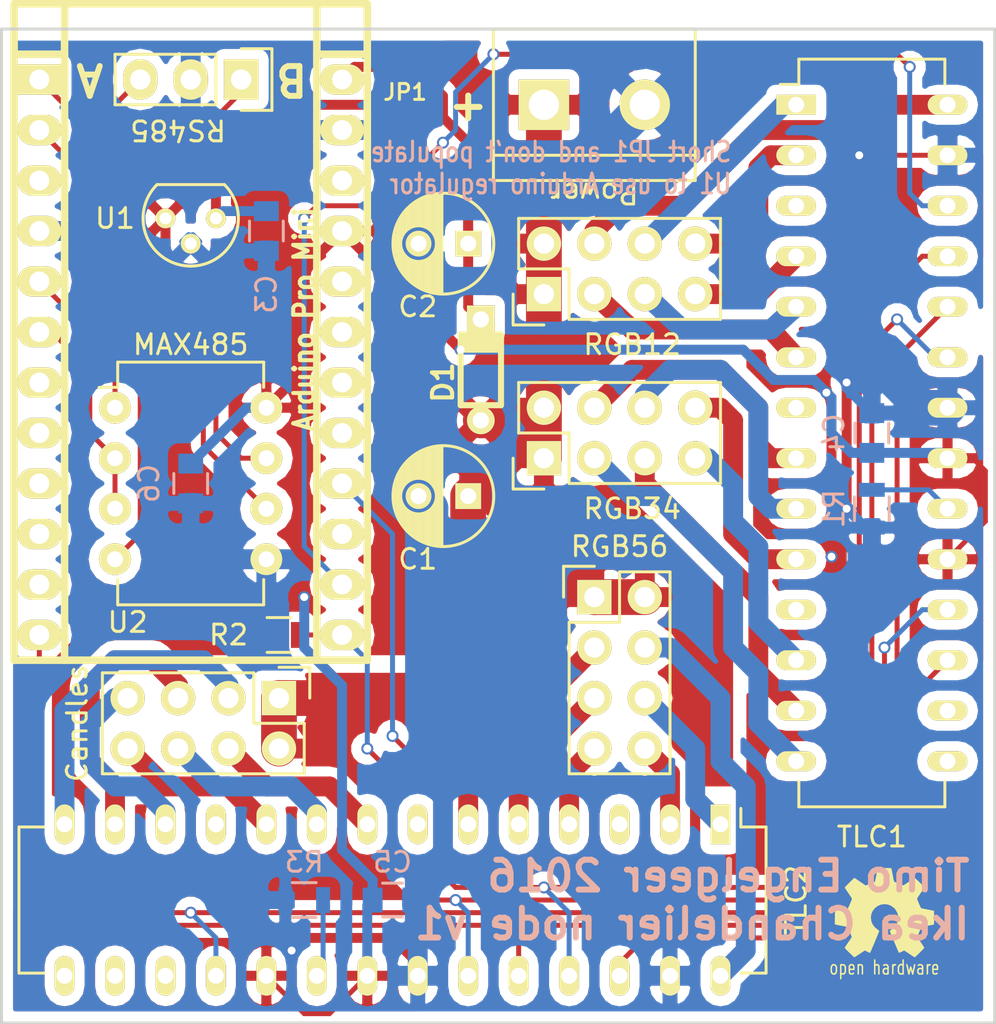
<source format=kicad_pcb>
(kicad_pcb (version 4) (host pcbnew 4.0.2-stable)
  (layers (0 F.Cu signal) (31 B.Cu signal) (34 B.Paste user) (35 F.Paste user) (36 B.SilkS user hide) (37 F.SilkS user) (38 B.Mask user) (39 F.Mask user) (44 Edge.Cuts user))
  (net 0 "")
  (net 1 /Vin)
  (net 2 GND)
  (net 3 /Vraw)
  (net 4 +5V)
  (net 5 "Net-(J1-Pad1)")
  (net 6 "Net-(J1-Pad2)")
  (net 7 "Net-(J1-Pad3)")
  (net 8 "Net-(J1-Pad5)")
  (net 9 /GSCLK)
  (net 10 "Net-(J1-Pad7)")
  (net 11 "Net-(J1-Pad8)")
  (net 12 "Net-(J1-Pad9)")
  (net 13 "Net-(J1-Pad10)")
  (net 14 "Net-(J1-Pad11)")
  (net 15 /XLAT)
  (net 16 /BLANK)
  (net 17 /SIN)
  (net 18 "Net-(J1-Pad15)")
  (net 19 /SCLK)
  (net 20 "Net-(J1-Pad17)")
  (net 21 "Net-(J1-Pad18)")
  (net 22 "Net-(J1-Pad19)")
  (net 23 "Net-(J1-Pad20)")
  (net 24 "Net-(J1-Pad22)")
  (net 25 "Net-(J1-Pad24)")
  (net 26 "Net-(P1-Pad3)")
  (net 27 "Net-(P1-Pad4)")
  (net 28 "Net-(P1-Pad5)")
  (net 29 "Net-(P1-Pad6)")
  (net 30 "Net-(P1-Pad7)")
  (net 31 "Net-(P1-Pad8)")
  (net 32 "Net-(P3-Pad3)")
  (net 33 "Net-(P3-Pad4)")
  (net 34 "Net-(P3-Pad5)")
  (net 35 "Net-(P3-Pad6)")
  (net 36 "Net-(P3-Pad7)")
  (net 37 "Net-(P3-Pad8)")
  (net 38 "Net-(P4-Pad1)")
  (net 39 "Net-(P4-Pad3)")
  (net 40 "Net-(P5-Pad3)")
  (net 41 "Net-(P5-Pad4)")
  (net 42 "Net-(P5-Pad5)")
  (net 43 "Net-(P5-Pad6)")
  (net 44 "Net-(P5-Pad7)")
  (net 45 "Net-(P5-Pad8)")
  (net 46 "Net-(P6-Pad3)")
  (net 47 "Net-(P6-Pad4)")
  (net 48 "Net-(P6-Pad5)")
  (net 49 "Net-(P6-Pad6)")
  (net 50 "Net-(P6-Pad7)")
  (net 51 "Net-(P6-Pad8)")
  (net 52 "Net-(R1-Pad1)")
  (net 53 "Net-(R3-Pad1)")
  (net 54 "Net-(TLC1-Pad3)")
  (net 55 "Net-(TLC1-Pad7)")
  (net 56 "Net-(TLC1-Pad11)")
  (net 57 "Net-(TLC1-Pad15)")
  (net 58 "Net-(TLC1-Pad16)")
  (net 59 "Net-(TLC1-Pad17)")
  (net 60 "Net-(TLC2-Pad3)")
  (net 61 "Net-(TLC2-Pad7)")
  (net 62 "Net-(TLC2-Pad11)")
  (net 63 "Net-(TLC2-Pad15)")
  (net 64 "Net-(TLC2-Pad16)")
  (net 65 "Net-(TLC2-Pad17)")
  (module Capacitors_ThroughHole:C_Radial_D5_L11_P2.5 (layer F.Cu) (at 93.495 103.495 180)
    (fp_text reference C1 (at 2.54 -3.175 180) (layer F.SilkS))
    (fp_text value 1000u hide)
    (pad 1 thru_hole rect (at 0 0 180) (size 1.3 1.3) (drill 0.8) (layers *.Cu *.Mask F.SilkS) (net 1 /Vin))
    (pad 2 thru_hole circle (at 2.5 0 180) (size 1.3 1.3) (drill 0.8) (layers *.Cu *.Mask F.SilkS) (net 2 GND))
  )
  (module Capacitors_ThroughHole:C_Radial_D5_L11_P2.5 (layer F.Cu) (at 93.495 90.795 180)
    (fp_text reference C2 (at 2.54 -3.175 180) (layer F.SilkS))
    (fp_text value 220u hide)
    (pad 1 thru_hole rect (at 0 0 180) (size 1.3 1.3) (drill 0.8) (layers *.Cu *.Mask F.SilkS) (net 3 /Vraw))
    (pad 2 thru_hole circle (at 2.5 0 180) (size 1.3 1.3) (drill 0.8) (layers *.Cu *.Mask F.SilkS) (net 2 GND))
  )
  (module "septillion_Arduino:arduino_pro_mini_(tail-less)_header" (layer F.Cu) (at 79.525 95.24 270)
    (fp_text reference J1 hide)
    (fp_text value "Arduino Pro Mini" (at -0.635 -5.715 270) (layer F.SilkS) (effects (font (size 1.016 0.889) (thickness 0.2032))))
    (pad 1 thru_hole rect (at -12.7 7.62 270) (size 1.524 2.19964) (drill 1.00076) (layers *.Cu *.Mask F.SilkS) (net 5 "Net-(J1-Pad1)"))
    (pad 2 thru_hole oval (at -10.16 7.62 270) (size 1.524 2.19964) (drill 1.00076) (layers *.Cu *.Mask F.SilkS) (net 6 "Net-(J1-Pad2)"))
    (pad 3 thru_hole oval (at -7.62 7.62 270) (size 1.524 2.19964) (drill 1.00076) (layers *.Cu *.Mask F.SilkS) (net 7 "Net-(J1-Pad3)"))
    (pad 4 thru_hole oval (at -5.08 7.62 270) (size 1.524 2.19964) (drill 1.00076) (layers *.Cu *.Mask F.SilkS) (net 2 GND))
    (pad 5 thru_hole oval (at -2.54 7.62 270) (size 1.524 2.19964) (drill 1.00076) (layers *.Cu *.Mask F.SilkS) (net 8 "Net-(J1-Pad5)"))
    (pad 6 thru_hole oval (at 0 7.62 270) (size 1.524 2.19964) (drill 1.00076) (layers *.Cu *.Mask F.SilkS) (net 9 /GSCLK))
    (pad 7 thru_hole oval (at 2.54 7.62 270) (size 1.524 2.19964) (drill 1.00076) (layers *.Cu *.Mask F.SilkS) (net 10 "Net-(J1-Pad7)"))
    (pad 8 thru_hole oval (at 5.08 7.62 270) (size 1.524 2.19964) (drill 1.00076) (layers *.Cu *.Mask F.SilkS) (net 11 "Net-(J1-Pad8)"))
    (pad 9 thru_hole oval (at 7.62 7.62 270) (size 1.524 2.19964) (drill 1.00076) (layers *.Cu *.Mask F.SilkS) (net 12 "Net-(J1-Pad9)"))
    (pad 10 thru_hole oval (at 10.16 7.62 270) (size 1.524 2.19964) (drill 1.00076) (layers *.Cu *.Mask F.SilkS) (net 13 "Net-(J1-Pad10)"))
    (pad 11 thru_hole oval (at 12.7 7.62 270) (size 1.524 2.19964) (drill 1.00076) (layers *.Cu *.Mask F.SilkS) (net 14 "Net-(J1-Pad11)"))
    (pad 12 thru_hole oval (at 15.24 7.62 270) (size 1.524 2.19964) (drill 1.00076) (layers *.Cu *.Mask F.SilkS) (net 15 /XLAT))
    (pad 13 thru_hole oval (at 15.24 -7.62 270) (size 1.524 2.19964) (drill 1.00076) (layers *.Cu *.Mask F.SilkS) (net 16 /BLANK))
    (pad 14 thru_hole oval (at 12.7 -7.62 270) (size 1.524 2.1971) (drill 1.00076) (layers *.Cu *.Mask F.SilkS) (net 17 /SIN))
    (pad 15 thru_hole oval (at 10.16 -7.62 270) (size 1.524 2.1971) (drill 1.00076) (layers *.Cu *.Mask F.SilkS) (net 18 "Net-(J1-Pad15)"))
    (pad 16 thru_hole oval (at 7.62 -7.62 270) (size 1.524 2.1971) (drill 1.00076) (layers *.Cu *.Mask F.SilkS) (net 19 /SCLK))
    (pad 17 thru_hole oval (at 5.08 -7.62 270) (size 1.524 2.1971) (drill 1.00076) (layers *.Cu *.Mask F.SilkS) (net 20 "Net-(J1-Pad17)"))
    (pad 18 thru_hole oval (at 2.54 -7.62 270) (size 1.524 2.1971) (drill 0.99822) (layers *.Cu *.Mask F.SilkS) (net 21 "Net-(J1-Pad18)"))
    (pad 19 thru_hole oval (at 0 -7.62 270) (size 1.524 2.1971) (drill 0.99822) (layers *.Cu *.Mask F.SilkS) (net 22 "Net-(J1-Pad19)"))
    (pad 20 thru_hole oval (at -2.54 -7.62 270) (size 1.524 2.1971) (drill 0.99822) (layers *.Cu *.Mask F.SilkS) (net 23 "Net-(J1-Pad20)"))
    (pad 21 thru_hole oval (at -5.08 -7.62 270) (size 1.524 2.1971) (drill 0.99822) (layers *.Cu *.Mask F.SilkS) (net 4 +5V))
    (pad 22 thru_hole oval (at -7.62 -7.62 270) (size 1.524 2.1971) (drill 0.99822) (layers *.Cu *.Mask F.SilkS) (net 24 "Net-(J1-Pad22)"))
    (pad 23 thru_hole oval (at -10.16 -7.62 270) (size 1.524 2.1971) (drill 0.99822) (layers *.Cu *.Mask F.SilkS) (net 2 GND))
    (pad 24 thru_hole oval (at -12.7 -7.62 270) (size 1.524 2.1971) (drill 0.99822) (layers *.Cu *.Mask F.SilkS) (net 25 "Net-(J1-Pad24)"))
  )
  (module Pin_Headers:Pin_Header_Straight_2x04 (layer F.Cu) (at 97.305 93.335 90)
    (fp_text reference P1 hide)
    (fp_text value RGB12 (at -2.54 4.445 180) (layer F.SilkS))
    (pad 1 thru_hole rect (at 0 0 90) (size 1.7272 1.7272) (drill 1.016) (layers *.Cu *.Mask F.SilkS) (net 1 /Vin))
    (pad 2 thru_hole oval (at 2.54 0 90) (size 1.7272 1.7272) (drill 1.016) (layers *.Cu *.Mask F.SilkS) (net 1 /Vin))
    (pad 3 thru_hole oval (at 0 2.54 90) (size 1.7272 1.7272) (drill 1.016) (layers *.Cu *.Mask F.SilkS) (net 26 "Net-(P1-Pad3)"))
    (pad 4 thru_hole oval (at 2.54 2.54 90) (size 1.7272 1.7272) (drill 1.016) (layers *.Cu *.Mask F.SilkS) (net 27 "Net-(P1-Pad4)"))
    (pad 5 thru_hole oval (at 0 5.08 90) (size 1.7272 1.7272) (drill 1.016) (layers *.Cu *.Mask F.SilkS) (net 28 "Net-(P1-Pad5)"))
    (pad 6 thru_hole oval (at 2.54 5.08 90) (size 1.7272 1.7272) (drill 1.016) (layers *.Cu *.Mask F.SilkS) (net 29 "Net-(P1-Pad6)"))
    (pad 7 thru_hole oval (at 0 7.62 90) (size 1.7272 1.7272) (drill 1.016) (layers *.Cu *.Mask F.SilkS) (net 30 "Net-(P1-Pad7)"))
    (pad 8 thru_hole oval (at 2.54 7.62 90) (size 1.7272 1.7272) (drill 1.016) (layers *.Cu *.Mask F.SilkS) (net 31 "Net-(P1-Pad8)"))
  )
  (module Connect:bornier2 (layer F.Cu) (at 99.845 83.81)
    (fp_text reference P2 hide)
    (fp_text value Power hide)
    (pad 1 thru_hole rect (at -2.54 0) (size 2.54 2.54) (drill 1.524) (layers *.Cu *.Mask F.SilkS) (net 1 /Vin))
    (pad 2 thru_hole circle (at 2.54 0) (size 2.54 2.54) (drill 1.524) (layers *.Cu *.Mask F.SilkS) (net 2 GND))
  )
  (module Pin_Headers:Pin_Header_Straight_2x04 (layer F.Cu) (at 97.305 101.59 90)
    (fp_text reference P3 hide)
    (fp_text value RGB34 (at -2.54 4.445 180) (layer F.SilkS))
    (pad 1 thru_hole rect (at 0 0 90) (size 1.7272 1.7272) (drill 1.016) (layers *.Cu *.Mask F.SilkS) (net 1 /Vin))
    (pad 2 thru_hole oval (at 2.54 0 90) (size 1.7272 1.7272) (drill 1.016) (layers *.Cu *.Mask F.SilkS) (net 1 /Vin))
    (pad 3 thru_hole oval (at 0 2.54 90) (size 1.7272 1.7272) (drill 1.016) (layers *.Cu *.Mask F.SilkS) (net 32 "Net-(P3-Pad3)"))
    (pad 4 thru_hole oval (at 2.54 2.54 90) (size 1.7272 1.7272) (drill 1.016) (layers *.Cu *.Mask F.SilkS) (net 33 "Net-(P3-Pad4)"))
    (pad 5 thru_hole oval (at 0 5.08 90) (size 1.7272 1.7272) (drill 1.016) (layers *.Cu *.Mask F.SilkS) (net 34 "Net-(P3-Pad5)"))
    (pad 6 thru_hole oval (at 2.54 5.08 90) (size 1.7272 1.7272) (drill 1.016) (layers *.Cu *.Mask F.SilkS) (net 35 "Net-(P3-Pad6)"))
    (pad 7 thru_hole oval (at 0 7.62 90) (size 1.7272 1.7272) (drill 1.016) (layers *.Cu *.Mask F.SilkS) (net 36 "Net-(P3-Pad7)"))
    (pad 8 thru_hole oval (at 2.54 7.62 90) (size 1.7272 1.7272) (drill 1.016) (layers *.Cu *.Mask F.SilkS) (net 37 "Net-(P3-Pad8)"))
  )
  (module Pin_Headers:Pin_Header_Straight_1x03 (layer F.Cu) (at 82.065 82.54 270)
    (fp_text reference P4 hide)
    (fp_text value RS485 hide)
    (pad 1 thru_hole rect (at 0 0 270) (size 2.032 1.7272) (drill 1.016) (layers *.Cu *.Mask F.SilkS) (net 38 "Net-(P4-Pad1)"))
    (pad 2 thru_hole oval (at 0 2.54 270) (size 2.032 1.7272) (drill 1.016) (layers *.Cu *.Mask F.SilkS) (net 2 GND))
    (pad 3 thru_hole oval (at 0 5.08 270) (size 2.032 1.7272) (drill 1.016) (layers *.Cu *.Mask F.SilkS) (net 39 "Net-(P4-Pad3)"))
  )
  (module Pin_Headers:Pin_Header_Straight_2x04 (layer F.Cu) (at 99.845 108.575)
    (fp_text reference P5 hide)
    (fp_text value RGB56 (at 1.27 -2.54) (layer F.SilkS))
    (pad 1 thru_hole rect (at 0 0) (size 1.7272 1.7272) (drill 1.016) (layers *.Cu *.Mask F.SilkS) (net 1 /Vin))
    (pad 2 thru_hole oval (at 2.54 0) (size 1.7272 1.7272) (drill 1.016) (layers *.Cu *.Mask F.SilkS) (net 1 /Vin))
    (pad 3 thru_hole oval (at 0 2.54) (size 1.7272 1.7272) (drill 1.016) (layers *.Cu *.Mask F.SilkS) (net 40 "Net-(P5-Pad3)"))
    (pad 4 thru_hole oval (at 2.54 2.54) (size 1.7272 1.7272) (drill 1.016) (layers *.Cu *.Mask F.SilkS) (net 41 "Net-(P5-Pad4)"))
    (pad 5 thru_hole oval (at 0 5.08) (size 1.7272 1.7272) (drill 1.016) (layers *.Cu *.Mask F.SilkS) (net 42 "Net-(P5-Pad5)"))
    (pad 6 thru_hole oval (at 2.54 5.08) (size 1.7272 1.7272) (drill 1.016) (layers *.Cu *.Mask F.SilkS) (net 43 "Net-(P5-Pad6)"))
    (pad 7 thru_hole oval (at 0 7.62) (size 1.7272 1.7272) (drill 1.016) (layers *.Cu *.Mask F.SilkS) (net 44 "Net-(P5-Pad7)"))
    (pad 8 thru_hole oval (at 2.54 7.62) (size 1.7272 1.7272) (drill 1.016) (layers *.Cu *.Mask F.SilkS) (net 45 "Net-(P5-Pad8)"))
  )
  (module Pin_Headers:Pin_Header_Straight_2x04 (layer F.Cu) (at 83.97 113.655 270)
    (fp_text reference P6 hide)
    (fp_text value Candles (at 1.27 10.16 270) (layer F.SilkS))
    (pad 1 thru_hole rect (at 0 0 270) (size 1.7272 1.7272) (drill 1.016) (layers *.Cu *.Mask F.SilkS) (net 1 /Vin))
    (pad 2 thru_hole oval (at 2.54 0 270) (size 1.7272 1.7272) (drill 1.016) (layers *.Cu *.Mask F.SilkS) (net 1 /Vin))
    (pad 3 thru_hole oval (at 0 2.54 270) (size 1.7272 1.7272) (drill 1.016) (layers *.Cu *.Mask F.SilkS) (net 46 "Net-(P6-Pad3)"))
    (pad 4 thru_hole oval (at 2.54 2.54 270) (size 1.7272 1.7272) (drill 1.016) (layers *.Cu *.Mask F.SilkS) (net 47 "Net-(P6-Pad4)"))
    (pad 5 thru_hole oval (at 0 5.08 270) (size 1.7272 1.7272) (drill 1.016) (layers *.Cu *.Mask F.SilkS) (net 48 "Net-(P6-Pad5)"))
    (pad 6 thru_hole oval (at 2.54 5.08 270) (size 1.7272 1.7272) (drill 1.016) (layers *.Cu *.Mask F.SilkS) (net 49 "Net-(P6-Pad6)"))
    (pad 7 thru_hole oval (at 0 7.62 270) (size 1.7272 1.7272) (drill 1.016) (layers *.Cu *.Mask F.SilkS) (net 50 "Net-(P6-Pad7)"))
    (pad 8 thru_hole oval (at 2.54 7.62 270) (size 1.7272 1.7272) (drill 1.016) (layers *.Cu *.Mask F.SilkS) (net 51 "Net-(P6-Pad8)"))
  )
  (module TO_SOT_Packages_THT:TO-92_Molded_Narrow (layer F.Cu) (at 80.795 89.525 180)
    (fp_text reference U1 (at 5.08 0 180) (layer F.SilkS))
    (fp_text value 78L05 hide)
    (pad 2 thru_hole circle (at 1.27 -1.27 270) (size 1.00076 1.00076) (drill 0.6) (layers *.Cu *.Mask F.SilkS) (net 2 GND))
    (pad 3 thru_hole circle (at 2.54 0 270) (size 1.00076 1.00076) (drill 0.6) (layers *.Cu *.Mask F.SilkS) (net 4 +5V))
    (pad 1 thru_hole circle (at 0 0 270) (size 1.00076 1.00076) (drill 0.6) (layers *.Cu *.Mask F.SilkS) (net 3 /Vraw))
  )
  (module Housings_DIP:DIP-8_W7.62mm (layer F.Cu) (at 75.715 99.05)
    (fp_text reference U2 (at 0.635 10.795) (layer F.SilkS))
    (fp_text value MAX485 (at 3.81 -3.175) (layer F.SilkS))
    (pad 1 thru_hole oval (at 0 0) (size 1.6 1.6) (drill 0.8) (layers *.Cu *.Mask F.SilkS) (net 6 "Net-(J1-Pad2)"))
    (pad 2 thru_hole oval (at 0 2.54) (size 1.6 1.6) (drill 0.8) (layers *.Cu *.Mask F.SilkS) (net 8 "Net-(J1-Pad5)"))
    (pad 3 thru_hole oval (at 0 5.08) (size 1.6 1.6) (drill 0.8) (layers *.Cu *.Mask F.SilkS) (net 8 "Net-(J1-Pad5)"))
    (pad 4 thru_hole oval (at 0 7.62) (size 1.6 1.6) (drill 0.8) (layers *.Cu *.Mask F.SilkS) (net 5 "Net-(J1-Pad1)"))
    (pad 5 thru_hole oval (at 7.62 7.62) (size 1.6 1.6) (drill 0.8) (layers *.Cu *.Mask F.SilkS) (net 2 GND))
    (pad 6 thru_hole oval (at 7.62 5.08) (size 1.6 1.6) (drill 0.8) (layers *.Cu *.Mask F.SilkS) (net 39 "Net-(P4-Pad3)"))
    (pad 7 thru_hole oval (at 7.62 2.54) (size 1.6 1.6) (drill 0.8) (layers *.Cu *.Mask F.SilkS) (net 38 "Net-(P4-Pad1)"))
    (pad 8 thru_hole oval (at 7.62 0) (size 1.6 1.6) (drill 0.8) (layers *.Cu *.Mask F.SilkS) (net 4 +5V))
  )
  (module Capacitors_SMD:C_0805 (layer B.Cu) (at 83.335 90.16 270)
    (fp_text reference C3 (at 3.175 0 270) (layer B.SilkS) (effects (justify mirror)))
    (fp_text value 100n hide)
    (pad 1 smd rect (at -1 0 270) (size 1 1.25) (layers B.Cu B.Paste B.Mask) (net 3 /Vraw))
    (pad 2 smd rect (at 1 0 270) (size 1 1.25) (layers B.Cu B.Paste B.Mask) (net 2 GND))
  )
  (module Capacitors_SMD:C_0805 (layer B.Cu) (at 113.815 100.32 90)
    (fp_text reference C4 (at 0 -1.905 90) (layer B.SilkS) (effects (justify mirror)))
    (fp_text value 100n hide)
    (pad 1 smd rect (at -1 0 90) (size 1 1.25) (layers B.Cu B.Paste B.Mask) (net 4 +5V))
    (pad 2 smd rect (at 1 0 90) (size 1 1.25) (layers B.Cu B.Paste B.Mask) (net 2 GND))
  )
  (module Capacitors_SMD:C_0805 (layer B.Cu) (at 89.685 123.815)
    (fp_text reference C5 (at 0 -1.905) (layer B.SilkS) (effects (justify mirror)))
    (fp_text value 100n hide)
    (pad 1 smd rect (at -1 0) (size 1 1.25) (layers B.Cu B.Paste B.Mask) (net 4 +5V))
    (pad 2 smd rect (at 1 0) (size 1 1.25) (layers B.Cu B.Paste B.Mask) (net 2 GND))
  )
  (module Capacitors_SMD:C_0805 (layer B.Cu) (at 79.525 102.86 270)
    (fp_text reference C6 (at 0 2.1 270) (layer B.SilkS) (effects (justify mirror)))
    (fp_text value 100n hide)
    (pad 1 smd rect (at -1 0 270) (size 1 1.25) (layers B.Cu B.Paste B.Mask) (net 4 +5V))
    (pad 2 smd rect (at 1 0 270) (size 1 1.25) (layers B.Cu B.Paste B.Mask) (net 2 GND))
  )
  (module Resistors_SMD:R_0805 (layer B.Cu) (at 113.815 104.13 270)
    (fp_text reference R1 (at 0 1.905 270) (layer B.SilkS) (effects (justify mirror)))
    (fp_text value 270R hide)
    (pad 1 smd rect (at -0.95 0 270) (size 0.7 1.3) (layers B.Cu B.Paste B.Mask) (net 52 "Net-(R1-Pad1)"))
    (pad 2 smd rect (at 0.95 0 270) (size 0.7 1.3) (layers B.Cu B.Paste B.Mask) (net 2 GND))
  )
  (module Resistors_SMD:R_0805 (layer F.Cu) (at 83.97 110.48)
    (fp_text reference R2 (at -2.54 0) (layer F.SilkS))
    (fp_text value 1k hide)
    (pad 1 smd rect (at -0.95 0) (size 0.7 1.3) (layers F.Cu F.Paste F.Mask) (net 4 +5V))
    (pad 2 smd rect (at 0.95 0) (size 0.7 1.3) (layers F.Cu F.Paste F.Mask) (net 16 /BLANK))
  )
  (module Resistors_SMD:R_0805 (layer B.Cu) (at 85.24 123.815 180)
    (fp_text reference R3 (at 0 1.905 180) (layer B.SilkS) (effects (justify mirror)))
    (fp_text value 270R hide)
    (pad 1 smd rect (at -0.95 0 180) (size 0.7 1.3) (layers B.Cu B.Paste B.Mask) (net 53 "Net-(R3-Pad1)"))
    (pad 2 smd rect (at 0.95 0 180) (size 0.7 1.3) (layers B.Cu B.Paste B.Mask) (net 2 GND))
  )
  (module septillion_device:DIP-28_W7.62mm_narrowPad (layer F.Cu) (at 110.005 83.81)
    (fp_text reference TLC1 (at 3.81 36.83) (layer F.SilkS))
    (fp_text value TLC5940 hide)
    (pad 1 thru_hole rect (at 0 0) (size 2 1) (drill 0.8) (layers *.Cu *.Mask F.SilkS) (net 29 "Net-(P1-Pad6)"))
    (pad 2 thru_hole oval (at 0 2.54) (size 2 1) (drill 0.8) (layers *.Cu *.Mask F.SilkS) (net 31 "Net-(P1-Pad8)"))
    (pad 3 thru_hole oval (at 0 5.08) (size 2 1) (drill 0.8) (layers *.Cu *.Mask F.SilkS) (net 54 "Net-(TLC1-Pad3)"))
    (pad 4 thru_hole oval (at 0 7.62) (size 2 1) (drill 0.8) (layers *.Cu *.Mask F.SilkS) (net 30 "Net-(P1-Pad7)"))
    (pad 5 thru_hole oval (at 0 10.16) (size 2 1) (drill 0.8) (layers *.Cu *.Mask F.SilkS) (net 28 "Net-(P1-Pad5)"))
    (pad 6 thru_hole oval (at 0 12.7) (size 2 1) (drill 0.8) (layers *.Cu *.Mask F.SilkS) (net 26 "Net-(P1-Pad3)"))
    (pad 7 thru_hole oval (at 0 15.24) (size 2 1) (drill 0.8) (layers *.Cu *.Mask F.SilkS) (net 55 "Net-(TLC1-Pad7)"))
    (pad 8 thru_hole oval (at 0 17.78) (size 2 1) (drill 0.8) (layers *.Cu *.Mask F.SilkS) (net 33 "Net-(P3-Pad4)"))
    (pad 9 thru_hole oval (at 0 20.32) (size 2 1) (drill 0.8) (layers *.Cu *.Mask F.SilkS) (net 35 "Net-(P3-Pad6)"))
    (pad 10 thru_hole oval (at 0 22.86) (size 2 1) (drill 0.8) (layers *.Cu *.Mask F.SilkS) (net 37 "Net-(P3-Pad8)"))
    (pad 11 thru_hole oval (at 0 25.4) (size 2 1) (drill 0.8) (layers *.Cu *.Mask F.SilkS) (net 56 "Net-(TLC1-Pad11)"))
    (pad 12 thru_hole oval (at 0 27.94) (size 2 1) (drill 0.8) (layers *.Cu *.Mask F.SilkS) (net 36 "Net-(P3-Pad7)"))
    (pad 13 thru_hole oval (at 0 30.48) (size 2 1) (drill 0.8) (layers *.Cu *.Mask F.SilkS) (net 34 "Net-(P3-Pad5)"))
    (pad 14 thru_hole oval (at 0 33.02) (size 2 1) (drill 0.8) (layers *.Cu *.Mask F.SilkS) (net 32 "Net-(P3-Pad3)"))
    (pad 15 thru_hole oval (at 7.62 33.02) (size 2 1) (drill 0.8) (layers *.Cu *.Mask F.SilkS) (net 57 "Net-(TLC1-Pad15)"))
    (pad 16 thru_hole oval (at 7.62 30.48) (size 2 1) (drill 0.8) (layers *.Cu *.Mask F.SilkS) (net 58 "Net-(TLC1-Pad16)"))
    (pad 17 thru_hole oval (at 7.62 27.94) (size 2 1) (drill 0.8) (layers *.Cu *.Mask F.SilkS) (net 59 "Net-(TLC1-Pad17)"))
    (pad 18 thru_hole oval (at 7.62 25.4) (size 2 1) (drill 0.8) (layers *.Cu *.Mask F.SilkS) (net 9 /GSCLK))
    (pad 19 thru_hole oval (at 7.62 22.86) (size 2 1) (drill 0.8) (layers *.Cu *.Mask F.SilkS) (net 4 +5V))
    (pad 20 thru_hole oval (at 7.62 20.32) (size 2 1) (drill 0.8) (layers *.Cu *.Mask F.SilkS) (net 52 "Net-(R1-Pad1)"))
    (pad 21 thru_hole oval (at 7.62 17.78) (size 2 1) (drill 0.8) (layers *.Cu *.Mask F.SilkS) (net 4 +5V))
    (pad 22 thru_hole oval (at 7.62 15.24) (size 2 1) (drill 0.8) (layers *.Cu *.Mask F.SilkS) (net 2 GND))
    (pad 23 thru_hole oval (at 7.62 12.7) (size 2 1) (drill 0.8) (layers *.Cu *.Mask F.SilkS) (net 16 /BLANK))
    (pad 24 thru_hole oval (at 7.62 10.16) (size 2 1) (drill 0.8) (layers *.Cu *.Mask F.SilkS) (net 15 /XLAT))
    (pad 25 thru_hole oval (at 7.62 7.62) (size 2 1) (drill 0.8) (layers *.Cu *.Mask F.SilkS) (net 19 /SCLK))
    (pad 26 thru_hole oval (at 7.62 5.08) (size 2 1) (drill 0.8) (layers *.Cu *.Mask F.SilkS) (net 17 /SIN))
    (pad 27 thru_hole oval (at 7.62 2.54) (size 2 1) (drill 0.8) (layers *.Cu *.Mask F.SilkS) (net 2 GND))
    (pad 28 thru_hole oval (at 7.62 0) (size 2 1) (drill 0.8) (layers *.Cu *.Mask F.SilkS) (net 27 "Net-(P1-Pad4)"))
  )
  (module septillion_device:DIP-28_W7.62mm_narrowPad (layer F.Cu) (at 106.195 120.005 270)
    (fp_text reference TLC2 (at 3.81 -3.81 450) (layer F.SilkS))
    (fp_text value TLC5940 hide)
    (pad 1 thru_hole rect (at 0 0 270) (size 2 1) (drill 0.8) (layers *.Cu *.Mask F.SilkS) (net 43 "Net-(P5-Pad6)"))
    (pad 2 thru_hole oval (at 0 2.54 270) (size 2 1) (drill 0.8) (layers *.Cu *.Mask F.SilkS) (net 45 "Net-(P5-Pad8)"))
    (pad 3 thru_hole oval (at 0 5.08 270) (size 2 1) (drill 0.8) (layers *.Cu *.Mask F.SilkS) (net 60 "Net-(TLC2-Pad3)"))
    (pad 4 thru_hole oval (at 0 7.62 270) (size 2 1) (drill 0.8) (layers *.Cu *.Mask F.SilkS) (net 44 "Net-(P5-Pad7)"))
    (pad 5 thru_hole oval (at 0 10.16 270) (size 2 1) (drill 0.8) (layers *.Cu *.Mask F.SilkS) (net 42 "Net-(P5-Pad5)"))
    (pad 6 thru_hole oval (at 0 12.7 270) (size 2 1) (drill 0.8) (layers *.Cu *.Mask F.SilkS) (net 40 "Net-(P5-Pad3)"))
    (pad 7 thru_hole oval (at 0 15.24 270) (size 2 1) (drill 0.8) (layers *.Cu *.Mask F.SilkS) (net 61 "Net-(TLC2-Pad7)"))
    (pad 8 thru_hole oval (at 0 17.78 270) (size 2 1) (drill 0.8) (layers *.Cu *.Mask F.SilkS) (net 47 "Net-(P6-Pad4)"))
    (pad 9 thru_hole oval (at 0 20.32 270) (size 2 1) (drill 0.8) (layers *.Cu *.Mask F.SilkS) (net 49 "Net-(P6-Pad6)"))
    (pad 10 thru_hole oval (at 0 22.86 270) (size 2 1) (drill 0.8) (layers *.Cu *.Mask F.SilkS) (net 51 "Net-(P6-Pad8)"))
    (pad 11 thru_hole oval (at 0 25.4 270) (size 2 1) (drill 0.8) (layers *.Cu *.Mask F.SilkS) (net 62 "Net-(TLC2-Pad11)"))
    (pad 12 thru_hole oval (at 0 27.94 270) (size 2 1) (drill 0.8) (layers *.Cu *.Mask F.SilkS) (net 50 "Net-(P6-Pad7)"))
    (pad 13 thru_hole oval (at 0 30.48 270) (size 2 1) (drill 0.8) (layers *.Cu *.Mask F.SilkS) (net 48 "Net-(P6-Pad5)"))
    (pad 14 thru_hole oval (at 0 33.02 270) (size 2 1) (drill 0.8) (layers *.Cu *.Mask F.SilkS) (net 46 "Net-(P6-Pad3)"))
    (pad 15 thru_hole oval (at 7.62 33.02 270) (size 2 1) (drill 0.8) (layers *.Cu *.Mask F.SilkS) (net 63 "Net-(TLC2-Pad15)"))
    (pad 16 thru_hole oval (at 7.62 30.48 270) (size 2 1) (drill 0.8) (layers *.Cu *.Mask F.SilkS) (net 64 "Net-(TLC2-Pad16)"))
    (pad 17 thru_hole oval (at 7.62 27.94 270) (size 2 1) (drill 0.8) (layers *.Cu *.Mask F.SilkS) (net 65 "Net-(TLC2-Pad17)"))
    (pad 18 thru_hole oval (at 7.62 25.4 270) (size 2 1) (drill 0.8) (layers *.Cu *.Mask F.SilkS) (net 9 /GSCLK))
    (pad 19 thru_hole oval (at 7.62 22.86 270) (size 2 1) (drill 0.8) (layers *.Cu *.Mask F.SilkS) (net 4 +5V))
    (pad 20 thru_hole oval (at 7.62 20.32 270) (size 2 1) (drill 0.8) (layers *.Cu *.Mask F.SilkS) (net 53 "Net-(R3-Pad1)"))
    (pad 21 thru_hole oval (at 7.62 17.78 270) (size 2 1) (drill 0.8) (layers *.Cu *.Mask F.SilkS) (net 4 +5V))
    (pad 22 thru_hole oval (at 7.62 15.24 270) (size 2 1) (drill 0.8) (layers *.Cu *.Mask F.SilkS) (net 2 GND))
    (pad 23 thru_hole oval (at 7.62 12.7 270) (size 2 1) (drill 0.8) (layers *.Cu *.Mask F.SilkS) (net 16 /BLANK))
    (pad 24 thru_hole oval (at 7.62 10.16 270) (size 2 1) (drill 0.8) (layers *.Cu *.Mask F.SilkS) (net 15 /XLAT))
    (pad 25 thru_hole oval (at 7.62 7.62 270) (size 2 1) (drill 0.8) (layers *.Cu *.Mask F.SilkS) (net 19 /SCLK))
    (pad 26 thru_hole oval (at 7.62 5.08 270) (size 2 1) (drill 0.8) (layers *.Cu *.Mask F.SilkS) (net 59 "Net-(TLC1-Pad17)"))
    (pad 27 thru_hole oval (at 7.62 2.54 270) (size 2 1) (drill 0.8) (layers *.Cu *.Mask F.SilkS) (net 2 GND))
    (pad 28 thru_hole oval (at 7.62 0 270) (size 2 1) (drill 0.8) (layers *.Cu *.Mask F.SilkS) (net 41 "Net-(P5-Pad4)"))
  )
  (module w_logo:Logo_silk_OSHW_6x6mm (layer F.Cu) (at 114.45 124.45)
    (fp_text reference G*** hide)
    (fp_text value LOGO hide)
  )
  (module septillion_device:SMD_jumper2 (layer F.Cu) (at 90.32 81.905)
    (fp_text reference JP1 (at 0 1.27 180) (layer F.SilkS) (effects (font (size 0.8 0.8))))
    (fp_text value Jumper_NC_Small hide)
    (fp_poly (pts (xy -0.127 0.635) (xy -0.216959 0.634535) (xy -0.293498 0.624894) (xy -0.376868 0.601311) (xy -0.402167 0.591043) (xy -0.527443 0.513361) (xy -0.635498 0.405588) (xy -0.711407 0.28575) (xy -0.746358 0.176643) (xy -0.762882 0.04626) (xy -0.760789 -0.08902) (xy -0.739882 -0.212813) (xy -0.718044 -0.275167) (xy -0.646891 -0.391923) (xy -0.550221 -0.492805) (xy -0.437214 -0.571225) (xy -0.317049 -0.620593) (xy -0.216959 -0.634794) (xy -0.127 -0.635) (xy -0.127 0.635)) (layer F.Cu) (width 0.01))
    (fp_poly (pts (xy 0.216958 -0.634794) (xy 0.336025 -0.615029) (xy 0.455673 -0.560661) (xy 0.566722 -0.478277) (xy 0.659991 -0.374465) (xy 0.718043 -0.275167) (xy 0.750414 -0.166257) (xy 0.763855 -0.035961) (xy 0.758559 0.09934) (xy 0.734721 0.223264) (xy 0.711406 0.28575) (xy 0.635716 0.405683) (xy 0.535351 0.506472) (xy 0.419091 0.581921) (xy 0.295719 0.625837) (xy 0.216958 0.634535) (xy 0.127 0.635) (xy 0.127 -0.635) (xy 0.216958 -0.634794)) (layer F.Cu) (width 0.01))
    (pad 1 smd rect (at -0.4445 0) (size 0.254 0.889) (layers F.Cu F.Paste F.Mask) (net 25 "Net-(J1-Pad24)") (clearance 0.254))
    (pad 2 smd rect (at 0.4445 0) (size 0.254 0.889) (layers F.Cu F.Paste F.Mask) (net 3 /Vraw) (clearance 0.254))
  )
  (module septillion_device:D2 (layer F.Cu) (at 94.13 97.145 90)
    (fp_text reference D1 (at -0.635 -1.905 90) (layer F.SilkS) (effects (font (size 1.016 1.016) (thickness 0.2032))))
    (fp_text value D hide)
    (pad 1 thru_hole rect (at 2.54 0 90) (size 1.397 1.397) (drill 0.8128) (layers *.Cu *.Mask F.SilkS) (net 3 /Vraw))
    (pad 2 thru_hole circle (at -2.54 0 90) (size 1.397 1.397) (drill 0.8128) (layers *.Cu *.Mask F.SilkS) (net 1 /Vin))
  )
  (gr_text "Short JP1 and don't populate \nU1 to use Arduino regulator" (at 106.83 86.985) (layer B.SilkS) (effects (font (size 1 0.8)) (justify left mirror)))
  (gr_text "Timo Engelgeer 2016\nIkea Chandelier node v1" (at 118.895 123.815) (layer B.SilkS) (effects (font (size 1.5 1.5) (thickness 0.3)) (justify left mirror)))
  (gr_text A (at 74.445 82.54 180) (layer F.SilkS) (effects (font (size 1.5 1.5) (thickness 0.3))))
  (gr_text B (at 84.605 82.54 180) (layer F.SilkS) (effects (font (size 1.5 1.5) (thickness 0.3))))
  (gr_text RS485 (at 78.89 85.08 180) (layer F.SilkS) (effects (font (size 1 1))))
  (gr_text + (at 93.495 83.81) (layer F.SilkS) (effects (font (size 1.5 1.5) (thickness 0.3))))
  (gr_text Power (at 99.845 88.255 180) (layer F.SilkS) (effects (font (size 1 1))))
  (gr_line (start 70 130) (end 70 80) (angle 90) (layer Edge.Cuts) (width 0.15))
  (gr_line (start 120 130) (end 70 130) (angle 90) (layer Edge.Cuts) (width 0.15))
  (gr_line (start 120 80) (end 120 130) (angle 90) (layer Edge.Cuts) (width 0.15))
  (gr_line (start 70 80) (end 120 80) (angle 90) (layer Edge.Cuts) (width 0.15))
  (segment (start 97.305 93.335) (end 97.305 90.795) (width 1.8) (layer F.Cu) (net 1))
  (segment (start 97.305 90.795) (end 97.305 83.81) (width 1.8) (layer F.Cu) (net 1))
  (segment (start 102.385 108.575) (end 99.845 108.575) (width 1.8) (layer F.Cu) (net 1))
  (segment (start 99.845 108.575) (end 94.765 103.495) (width 1.8) (layer F.Cu) (net 1))
  (segment (start 94.765 103.495) (end 93.495 103.495) (width 1.8) (layer F.Cu) (net 1))
  (segment (start 96.67 99.685) (end 97.305 99.05) (width 1.8) (layer F.Cu) (net 1))
  (segment (start 97.305 99.05) (end 97.305 99.685) (width 1.8) (layer F.Cu) (net 1))
  (segment (start 97.305 99.685) (end 93.495 103.495) (width 1.8) (layer F.Cu) (net 1))
  (segment (start 93.495 103.495) (end 93.495 111.75) (width 1.8) (layer F.Cu) (net 1))
  (segment (start 83.97 113.655) (end 89.05 113.655) (width 1.8) (layer F.Cu) (net 1))
  (segment (start 91.59 113.655) (end 93.495 111.75) (width 1.8) (layer F.Cu) (net 1))
  (segment (start 89.05 113.655) (end 91.59 113.655) (width 1.8) (layer F.Cu) (net 1))
  (segment (start 83.97 116.195) (end 83.97 113.655) (width 1.8) (layer F.Cu) (net 1))
  (segment (start 97.305 93.335) (end 97.305 99.05) (width 1.8) (layer F.Cu) (net 1))
  (segment (start 97.305 99.05) (end 97.305 101.59) (width 1.8) (layer F.Cu) (net 1))
  (segment (start 94.13 99.685) (end 96.67 99.685) (width 1.8) (layer F.Cu) (net 1))
  (segment (start 90.955 127.625) (end 90.955 126.99) (width 0.5) (layer F.Cu) (net 2))
  (segment (start 90.955 126.99) (end 89.685 125.72) (width 0.5) (layer F.Cu) (net 2))
  (via (at 84.605 126.355) (size 0.6) (drill 0.4) (layers F.Cu B.Cu) (net 2))
  (segment (start 85.24 125.72) (end 84.605 126.355) (width 0.5) (layer F.Cu) (net 2))
  (segment (start 89.685 125.72) (end 85.24 125.72) (width 0.5) (layer F.Cu) (net 2))
  (segment (start 113.815 99.32) (end 112.545 98.05) (width 0.5) (layer B.Cu) (net 2))
  (segment (start 112.545 104.13) (end 113.495 105.08) (width 0.5) (layer B.Cu) (net 2))
  (via (at 112.545 104.13) (size 0.6) (drill 0.4) (layers F.Cu B.Cu) (net 2))
  (segment (start 112.545 97.78) (end 112.545 104.13) (width 0.5) (layer F.Cu) (net 2))
  (via (at 112.545 97.78) (size 0.6) (drill 0.4) (layers F.Cu B.Cu) (net 2))
  (segment (start 112.545 98.05) (end 112.545 97.78) (width 0.5) (layer B.Cu) (net 2))
  (segment (start 113.495 105.08) (end 113.815 105.08) (width 0.5) (layer B.Cu) (net 2))
  (segment (start 90.685 123.815) (end 90.955 124.085) (width 1) (layer B.Cu) (net 2))
  (segment (start 90.955 124.085) (end 90.955 127.625) (width 1) (layer B.Cu) (net 2))
  (segment (start 91.59 117.465) (end 92.225 118.1) (width 1) (layer B.Cu) (net 2))
  (segment (start 91.59 104.09) (end 91.59 117.465) (width 1.8) (layer B.Cu) (net 2))
  (segment (start 90.995 103.495) (end 91.59 104.09) (width 1.8) (layer B.Cu) (net 2))
  (segment (start 92.225 122.275) (end 90.685 123.815) (width 1) (layer B.Cu) (net 2))
  (segment (start 92.225 118.1) (end 92.225 122.275) (width 1) (layer B.Cu) (net 2))
  (segment (start 113.815 99.32) (end 117.355 99.32) (width 0.5) (layer B.Cu) (net 2))
  (segment (start 117.355 99.32) (end 117.625 99.05) (width 0.5) (layer B.Cu) (net 2))
  (segment (start 117.625 86.35) (end 113.18 86.35) (width 0.25) (layer F.Cu) (net 2))
  (via (at 113.18 86.35) (size 0.6) (drill 0.4) (layers F.Cu B.Cu) (net 2))
  (segment (start 113.18 84.445) (end 113.18 83.175) (width 1.8) (layer B.Cu) (net 2))
  (segment (start 106.195 83.81) (end 108.1 81.905) (width 1.8) (layer B.Cu) (net 2))
  (segment (start 102.385 83.81) (end 106.195 83.81) (width 1.8) (layer B.Cu) (net 2))
  (segment (start 116.355 99.05) (end 113.18 95.875) (width 1.8) (layer B.Cu) (net 2))
  (segment (start 113.18 95.875) (end 113.18 86.35) (width 1.8) (layer B.Cu) (net 2))
  (segment (start 113.18 86.35) (end 113.18 84.445) (width 1.8) (layer B.Cu) (net 2))
  (segment (start 116.355 99.05) (end 117.625 99.05) (width 1.8) (layer B.Cu) (net 2))
  (segment (start 111.91 81.905) (end 108.1 81.905) (width 1.8) (layer B.Cu) (net 2))
  (segment (start 113.18 83.175) (end 111.91 81.905) (width 1.8) (layer B.Cu) (net 2))
  (segment (start 90.995 90.795) (end 90.995 103.495) (width 1.8) (layer B.Cu) (net 2))
  (segment (start 90.995 90.795) (end 90.955 90.755) (width 1.8) (layer B.Cu) (net 2))
  (segment (start 90.955 90.755) (end 90.955 89.525) (width 1.8) (layer B.Cu) (net 2))
  (segment (start 90.955 89.525) (end 92.86 87.62) (width 1.8) (layer B.Cu) (net 2))
  (segment (start 92.86 87.62) (end 98.575 87.62) (width 1.8) (layer B.Cu) (net 2))
  (segment (start 98.575 87.62) (end 102.385 83.81) (width 1.8) (layer B.Cu) (net 2))
  (segment (start 93.495 93.97) (end 94.13 94.605) (width 0.5) (layer F.Cu) (net 3))
  (segment (start 90.7645 81.905) (end 92.225 83.3655) (width 0.5) (layer F.Cu) (net 3))
  (segment (start 92.225 83.3655) (end 92.225 84.445) (width 0.5) (layer F.Cu) (net 3))
  (segment (start 93.495 90.795) (end 93.495 85.715) (width 0.5) (layer F.Cu) (net 3))
  (segment (start 92.225 84.445) (end 90.955 84.445) (width 0.5) (layer F.Cu) (net 3))
  (segment (start 93.495 85.715) (end 92.225 84.445) (width 0.5) (layer F.Cu) (net 3))
  (segment (start 82.065 86.35) (end 84.605 83.81) (width 0.5) (layer F.Cu) (net 3))
  (segment (start 84.605 83.81) (end 90.32 83.81) (width 0.5) (layer F.Cu) (net 3))
  (segment (start 90.32 83.81) (end 90.955 84.445) (width 0.5) (layer F.Cu) (net 3))
  (segment (start 80.795 89.525) (end 81.16 89.16) (width 0.5) (layer B.Cu) (net 3))
  (segment (start 81.16 89.16) (end 83.335 89.16) (width 0.5) (layer B.Cu) (net 3))
  (segment (start 80.795 89.525) (end 80.795 87.62) (width 0.5) (layer F.Cu) (net 3))
  (segment (start 80.795 87.62) (end 82.065 86.35) (width 0.5) (layer F.Cu) (net 3))
  (segment (start 93.495 90.795) (end 93.495 88.89) (width 0.5) (layer F.Cu) (net 3))
  (segment (start 93.495 90.795) (end 93.495 93.97) (width 0.5) (layer F.Cu) (net 3))
  (segment (start 78.255 89.525) (end 78.255 92.065) (width 0.5) (layer F.Cu) (net 4))
  (segment (start 84.605 92.7) (end 85.24 92.065) (width 0.5) (layer F.Cu) (net 4))
  (segment (start 78.89 92.7) (end 84.605 92.7) (width 0.5) (layer F.Cu) (net 4))
  (segment (start 78.255 92.065) (end 78.89 92.7) (width 0.5) (layer F.Cu) (net 4))
  (segment (start 111.529 98.288) (end 111.783 98.542) (width 0.5) (layer F.Cu) (net 4))
  (via (at 111.529 98.288) (size 0.6) (drill 0.4) (layers F.Cu B.Cu) (net 4))
  (segment (start 110.894 97.653) (end 111.529 98.288) (width 0.5) (layer B.Cu) (net 4))
  (via (at 111.783 106.543) (size 0.6) (drill 0.4) (layers F.Cu B.Cu) (net 4))
  (segment (start 111.783 98.542) (end 111.783 106.543) (width 0.5) (layer F.Cu) (net 4))
  (via (at 93.114 96.129) (size 0.6) (drill 0.4) (layers F.Cu B.Cu) (net 4))
  (segment (start 93.114 96.129) (end 95.273 96.129) (width 0.5) (layer B.Cu) (net 4))
  (segment (start 83.335 99.05) (end 85.24 97.145) (width 0.5) (layer F.Cu) (net 4))
  (segment (start 87.145 90.16) (end 86.51 90.795) (width 0.5) (layer F.Cu) (net 4))
  (segment (start 79.525 101.86) (end 82.335 99.05) (width 0.5) (layer B.Cu) (net 4))
  (segment (start 82.335 99.05) (end 83.335 99.05) (width 0.5) (layer B.Cu) (net 4))
  (segment (start 88.685 123.815) (end 88.685 122.815) (width 0.5) (layer B.Cu) (net 4))
  (segment (start 87.145 113.02) (end 85.875 111.75) (width 0.5) (layer B.Cu) (net 4))
  (segment (start 87.145 121.275) (end 87.145 113.02) (width 0.5) (layer B.Cu) (net 4))
  (segment (start 88.685 122.815) (end 87.145 121.275) (width 0.5) (layer B.Cu) (net 4))
  (segment (start 85.24 108.575) (end 84.605 108.575) (width 0.25) (layer F.Cu) (net 4))
  (segment (start 84.605 108.575) (end 83.02 110.16) (width 0.25) (layer F.Cu) (net 4))
  (segment (start 83.02 110.16) (end 83.02 110.48) (width 0.25) (layer F.Cu) (net 4))
  (segment (start 85.24 92.065) (end 87.145 90.16) (width 0.5) (layer F.Cu) (net 4))
  (segment (start 85.24 97.145) (end 85.24 92.065) (width 0.5) (layer F.Cu) (net 4))
  (segment (start 85.24 108.575) (end 85.24 97.145) (width 0.5) (layer F.Cu) (net 4))
  (via (at 85.24 108.575) (size 0.6) (drill 0.4) (layers F.Cu B.Cu) (net 4))
  (segment (start 85.875 111.75) (end 85.24 111.115) (width 0.5) (layer B.Cu) (net 4))
  (segment (start 85.24 111.115) (end 85.24 108.575) (width 0.5) (layer B.Cu) (net 4))
  (segment (start 88.415 127.625) (end 86.51 129.53) (width 0.25) (layer F.Cu) (net 4))
  (segment (start 85.24 129.53) (end 83.335 127.625) (width 0.25) (layer F.Cu) (net 4))
  (segment (start 86.51 129.53) (end 85.24 129.53) (width 0.25) (layer F.Cu) (net 4))
  (segment (start 117.625 106.67) (end 119.53 104.765) (width 0.25) (layer F.Cu) (net 4))
  (segment (start 118.895 101.59) (end 117.625 101.59) (width 0.25) (layer F.Cu) (net 4))
  (segment (start 119.53 102.225) (end 118.895 101.59) (width 0.25) (layer F.Cu) (net 4))
  (segment (start 119.53 104.765) (end 119.53 102.225) (width 0.25) (layer F.Cu) (net 4))
  (segment (start 92.225 95.24) (end 93.114 96.129) (width 0.5) (layer F.Cu) (net 4))
  (segment (start 95.273 96.129) (end 96.67 96.129) (width 0.5) (layer B.Cu) (net 4))
  (segment (start 92.225 95.24) (end 87.145 90.16) (width 0.5) (layer F.Cu) (net 4))
  (segment (start 113.815 101.32) (end 112.783 101.32) (width 0.5) (layer B.Cu) (net 4))
  (segment (start 107.338 96.129) (end 96.67 96.129) (width 0.5) (layer B.Cu) (net 4))
  (segment (start 108.862 97.653) (end 107.338 96.129) (width 0.5) (layer B.Cu) (net 4))
  (segment (start 110.894 97.653) (end 108.862 97.653) (width 0.5) (layer B.Cu) (net 4))
  (segment (start 111.783 98.542) (end 110.894 97.653) (width 0.5) (layer B.Cu) (net 4))
  (segment (start 111.783 100.32) (end 111.783 98.542) (width 0.5) (layer B.Cu) (net 4))
  (segment (start 112.783 101.32) (end 111.783 100.32) (width 0.5) (layer B.Cu) (net 4))
  (segment (start 89.304 92.319) (end 87.145 90.16) (width 0.5) (layer F.Cu) (net 4))
  (segment (start 88.415 127.625) (end 88.415 124.085) (width 0.5) (layer B.Cu) (net 4))
  (segment (start 88.415 124.085) (end 88.685 123.815) (width 0.5) (layer B.Cu) (net 4))
  (segment (start 117.625 101.59) (end 117.355 101.32) (width 0.5) (layer B.Cu) (net 4))
  (segment (start 117.355 101.32) (end 113.815 101.32) (width 0.5) (layer B.Cu) (net 4))
  (segment (start 75.715 106.67) (end 76.985 105.4) (width 0.25) (layer F.Cu) (net 5))
  (segment (start 74.445 85.08) (end 71.905 82.54) (width 0.25) (layer F.Cu) (net 5))
  (segment (start 74.445 92.7) (end 74.445 85.08) (width 0.25) (layer F.Cu) (net 5))
  (segment (start 76.985 95.24) (end 74.445 92.7) (width 0.25) (layer F.Cu) (net 5))
  (segment (start 76.985 105.4) (end 76.985 95.24) (width 0.25) (layer F.Cu) (net 5))
  (segment (start 71.905 85.08) (end 73.81 86.985) (width 0.25) (layer F.Cu) (net 6))
  (segment (start 75.715 95.24) (end 75.715 99.05) (width 0.25) (layer F.Cu) (net 6))
  (segment (start 73.81 93.335) (end 75.715 95.24) (width 0.25) (layer F.Cu) (net 6))
  (segment (start 73.81 86.985) (end 73.81 93.335) (width 0.25) (layer F.Cu) (net 6))
  (segment (start 75.715 104.13) (end 75.715 101.59) (width 0.25) (layer F.Cu) (net 8))
  (segment (start 75.715 101.59) (end 74.445 100.32) (width 0.25) (layer F.Cu) (net 8))
  (segment (start 74.445 100.32) (end 74.445 95.24) (width 0.25) (layer F.Cu) (net 8))
  (segment (start 74.445 95.24) (end 71.905 92.7) (width 0.25) (layer F.Cu) (net 8))
  (via (at 114.45 111.115) (size 0.6) (drill 0.4) (layers F.Cu B.Cu) (net 9))
  (segment (start 114.45 111.115) (end 116.355 109.21) (width 0.25) (layer B.Cu) (net 9))
  (segment (start 101.115 124.45) (end 111.275 124.45) (width 0.25) (layer F.Cu) (net 9))
  (segment (start 111.275 124.45) (end 114.45 121.275) (width 0.25) (layer F.Cu) (net 9))
  (segment (start 114.45 121.275) (end 114.45 111.115) (width 0.25) (layer F.Cu) (net 9))
  (segment (start 101.115 124.45) (end 82.065 124.45) (width 0.25) (layer F.Cu) (net 9))
  (segment (start 79.525 124.45) (end 82.065 124.45) (width 0.25) (layer F.Cu) (net 9))
  (segment (start 80.795 127.625) (end 80.795 125.72) (width 0.25) (layer B.Cu) (net 9))
  (via (at 79.525 124.45) (size 0.6) (drill 0.4) (layers F.Cu B.Cu) (net 9))
  (segment (start 80.795 125.72) (end 79.525 124.45) (width 0.25) (layer B.Cu) (net 9))
  (segment (start 79.525 124.45) (end 73.175 124.45) (width 0.25) (layer F.Cu) (net 9))
  (segment (start 116.355 109.21) (end 117.625 109.21) (width 0.25) (layer B.Cu) (net 9))
  (segment (start 73.175 124.45) (end 71.905 123.18) (width 0.25) (layer F.Cu) (net 9))
  (segment (start 71.905 95.24) (end 72.54 95.24) (width 0.25) (layer F.Cu) (net 9))
  (segment (start 72.54 95.24) (end 73.81 96.51) (width 0.25) (layer F.Cu) (net 9))
  (segment (start 71.905 112.595) (end 71.905 123.18) (width 0.25) (layer F.Cu) (net 9))
  (segment (start 73.81 110.69) (end 71.905 112.595) (width 0.25) (layer F.Cu) (net 9))
  (segment (start 73.81 96.51) (end 73.81 110.69) (width 0.25) (layer F.Cu) (net 9))
  (segment (start 83.335 125.085) (end 72.54 125.085) (width 0.25) (layer F.Cu) (net 15))
  (segment (start 72.54 125.085) (end 71.27 123.815) (width 0.25) (layer F.Cu) (net 15))
  (segment (start 96.035 127.625) (end 96.035 125.72) (width 0.25) (layer F.Cu) (net 15))
  (segment (start 96.035 125.72) (end 95.4 125.085) (width 0.25) (layer F.Cu) (net 15))
  (segment (start 101.75 125.085) (end 95.4 125.085) (width 0.25) (layer F.Cu) (net 15))
  (segment (start 95.4 125.085) (end 83.335 125.085) (width 0.25) (layer F.Cu) (net 15))
  (segment (start 104.925 125.085) (end 101.75 125.085) (width 0.25) (layer F.Cu) (net 15))
  (segment (start 115.085 96.51) (end 115.085 121.91) (width 0.25) (layer F.Cu) (net 15))
  (segment (start 115.085 121.91) (end 111.91 125.085) (width 0.25) (layer F.Cu) (net 15))
  (segment (start 111.91 125.085) (end 104.925 125.085) (width 0.25) (layer F.Cu) (net 15))
  (segment (start 115.085 96.51) (end 117.625 93.97) (width 0.25) (layer F.Cu) (net 15))
  (segment (start 71.905 110.48) (end 71.905 111.595) (width 0.25) (layer F.Cu) (net 15))
  (segment (start 71.27 112.23) (end 71.27 123.815) (width 0.25) (layer F.Cu) (net 15))
  (segment (start 71.905 111.595) (end 71.27 112.23) (width 0.25) (layer F.Cu) (net 15))
  (segment (start 93.495 127.625) (end 93.495 124.45) (width 0.25) (layer B.Cu) (net 16))
  (via (at 92.86 123.815) (size 0.6) (drill 0.4) (layers F.Cu B.Cu) (net 16))
  (segment (start 93.495 124.45) (end 92.86 123.815) (width 0.25) (layer B.Cu) (net 16))
  (segment (start 100.48 123.815) (end 92.86 123.815) (width 0.25) (layer F.Cu) (net 16))
  (segment (start 92.86 123.815) (end 91.59 123.815) (width 0.25) (layer F.Cu) (net 16))
  (segment (start 113.815 120.64) (end 113.815 95.875) (width 0.25) (layer F.Cu) (net 16))
  (segment (start 100.48 123.815) (end 110.64 123.815) (width 0.25) (layer F.Cu) (net 16))
  (segment (start 110.64 123.815) (end 113.815 120.64) (width 0.25) (layer F.Cu) (net 16))
  (segment (start 115.085 94.605) (end 116.99 96.51) (width 0.25) (layer B.Cu) (net 16))
  (via (at 115.085 94.605) (size 0.6) (drill 0.4) (layers F.Cu B.Cu) (net 16))
  (segment (start 113.815 95.875) (end 115.085 94.605) (width 0.25) (layer F.Cu) (net 16))
  (segment (start 116.99 96.51) (end 117.625 96.51) (width 0.25) (layer B.Cu) (net 16))
  (segment (start 87.145 110.48) (end 88.415 111.75) (width 0.25) (layer B.Cu) (net 16))
  (segment (start 88.415 111.75) (end 88.415 116.195) (width 0.25) (layer B.Cu) (net 16))
  (via (at 88.415 116.195) (size 0.6) (drill 0.4) (layers F.Cu B.Cu) (net 16))
  (segment (start 88.415 116.195) (end 89.685 117.465) (width 0.25) (layer F.Cu) (net 16))
  (segment (start 89.685 117.465) (end 89.685 121.91) (width 0.25) (layer F.Cu) (net 16))
  (segment (start 89.685 121.91) (end 91.59 123.815) (width 0.25) (layer F.Cu) (net 16))
  (segment (start 84.92 110.48) (end 87.145 110.48) (width 0.25) (layer F.Cu) (net 16))
  (segment (start 92.225 85.715) (end 89.05 88.89) (width 0.25) (layer F.Cu) (net 17))
  (segment (start 85.24 89.525) (end 85.24 106.035) (width 0.25) (layer B.Cu) (net 17))
  (segment (start 85.24 106.035) (end 87.145 107.94) (width 0.25) (layer B.Cu) (net 17))
  (segment (start 85.875 88.89) (end 85.24 89.525) (width 0.25) (layer F.Cu) (net 17))
  (segment (start 89.05 88.89) (end 85.875 88.89) (width 0.25) (layer F.Cu) (net 17))
  (via (at 85.24 89.525) (size 0.6) (drill 0.4) (layers F.Cu B.Cu) (net 17))
  (via (at 92.225 85.715) (size 0.6) (drill 0.4) (layers F.Cu B.Cu) (net 17))
  (via (at 94.765 81.27) (size 0.6) (drill 0.4) (layers F.Cu B.Cu) (net 17))
  (segment (start 92.86 83.175) (end 94.765 81.27) (width 0.25) (layer B.Cu) (net 17))
  (segment (start 92.86 85.08) (end 92.86 83.175) (width 0.25) (layer B.Cu) (net 17))
  (segment (start 92.225 85.715) (end 92.86 85.08) (width 0.25) (layer B.Cu) (net 17))
  (segment (start 117.625 88.89) (end 116.355 88.89) (width 0.25) (layer B.Cu) (net 17))
  (segment (start 115.085 81.27) (end 94.765 81.27) (width 0.25) (layer F.Cu) (net 17))
  (segment (start 115.72 81.905) (end 115.085 81.27) (width 0.25) (layer F.Cu) (net 17))
  (via (at 115.72 81.905) (size 0.6) (drill 0.4) (layers F.Cu B.Cu) (net 17))
  (segment (start 115.72 88.255) (end 115.72 81.905) (width 0.25) (layer B.Cu) (net 17))
  (segment (start 116.355 88.89) (end 115.72 88.255) (width 0.25) (layer B.Cu) (net 17))
  (segment (start 98.575 127.625) (end 98.575 124.45) (width 0.25) (layer B.Cu) (net 19))
  (via (at 97.305 123.18) (size 0.6) (drill 0.4) (layers F.Cu B.Cu) (net 19))
  (segment (start 98.575 124.45) (end 97.305 123.18) (width 0.25) (layer B.Cu) (net 19))
  (segment (start 101.115 123.18) (end 110.005 123.18) (width 0.25) (layer F.Cu) (net 19))
  (segment (start 89.685 105.4) (end 89.685 115.56) (width 0.25) (layer B.Cu) (net 19))
  (via (at 89.685 115.56) (size 0.6) (drill 0.4) (layers F.Cu B.Cu) (net 19))
  (segment (start 89.685 115.56) (end 92.225 118.1) (width 0.25) (layer F.Cu) (net 19))
  (segment (start 92.225 118.1) (end 92.225 122.545) (width 0.25) (layer F.Cu) (net 19))
  (segment (start 92.225 122.545) (end 92.86 123.18) (width 0.25) (layer F.Cu) (net 19))
  (segment (start 87.145 102.86) (end 89.685 105.4) (width 0.25) (layer B.Cu) (net 19))
  (segment (start 92.86 123.18) (end 97.305 123.18) (width 0.25) (layer F.Cu) (net 19))
  (segment (start 97.305 123.18) (end 101.115 123.18) (width 0.25) (layer F.Cu) (net 19))
  (segment (start 116.355 91.43) (end 117.625 91.43) (width 0.25) (layer F.Cu) (net 19))
  (segment (start 113.18 94.605) (end 116.355 91.43) (width 0.25) (layer F.Cu) (net 19))
  (segment (start 113.18 120.005) (end 113.18 94.605) (width 0.25) (layer F.Cu) (net 19))
  (segment (start 110.005 123.18) (end 113.18 120.005) (width 0.25) (layer F.Cu) (net 19))
  (segment (start 87.145 82.54) (end 87.78 81.905) (width 0.5) (layer F.Cu) (net 25))
  (segment (start 87.78 81.905) (end 89.8755 81.905) (width 0.5) (layer F.Cu) (net 25))
  (segment (start 87.145 82.54) (end 87.78 81.905) (width 0.5) (layer F.Cu) (net 25))
  (segment (start 99.845 93.335) (end 101.75 95.113) (width 1) (layer F.Cu) (net 26))
  (segment (start 108.735 95.113) (end 110.005 96.51) (width 1) (layer F.Cu) (net 26))
  (segment (start 101.75 95.113) (end 108.735 95.113) (width 1) (layer F.Cu) (net 26))
  (segment (start 117.625 83.81) (end 113.815 83.81) (width 1) (layer F.Cu) (net 27))
  (segment (start 101.115 88.89) (end 99.845 90.16) (width 1) (layer F.Cu) (net 27))
  (segment (start 104.29 88.89) (end 101.115 88.89) (width 1) (layer F.Cu) (net 27))
  (segment (start 108.1 85.08) (end 104.29 88.89) (width 1) (layer F.Cu) (net 27))
  (segment (start 112.545 85.08) (end 108.1 85.08) (width 1) (layer F.Cu) (net 27))
  (segment (start 113.815 83.81) (end 112.545 85.08) (width 1) (layer F.Cu) (net 27))
  (segment (start 99.845 90.16) (end 99.845 90.795) (width 1) (layer F.Cu) (net 27))
  (segment (start 102.385 93.335) (end 104.29 95.113) (width 1) (layer B.Cu) (net 28))
  (segment (start 108.735 95.113) (end 110.005 93.97) (width 1) (layer B.Cu) (net 28))
  (segment (start 104.29 95.113) (end 108.735 95.113) (width 1) (layer B.Cu) (net 28))
  (segment (start 102.385 90.795) (end 109.37 83.81) (width 1) (layer B.Cu) (net 29))
  (segment (start 109.37 83.81) (end 110.005 83.81) (width 1) (layer B.Cu) (net 29))
  (segment (start 104.925 93.335) (end 108.1 93.335) (width 1) (layer F.Cu) (net 30))
  (segment (start 108.1 93.335) (end 110.005 91.43) (width 1) (layer F.Cu) (net 30))
  (segment (start 104.925 90.795) (end 106.83 90.795) (width 1) (layer F.Cu) (net 31))
  (segment (start 108.735 86.35) (end 110.005 86.35) (width 1) (layer F.Cu) (net 31))
  (segment (start 108.1 86.985) (end 108.735 86.35) (width 1) (layer F.Cu) (net 31))
  (segment (start 108.1 89.525) (end 108.1 86.985) (width 1) (layer F.Cu) (net 31))
  (segment (start 106.83 90.795) (end 108.1 89.525) (width 1) (layer F.Cu) (net 31))
  (segment (start 110.005 86.35) (end 110.005 86.35) (width 1) (layer F.Cu) (net 31))
  (segment (start 99.845 101.59) (end 101.75 103.495) (width 1) (layer B.Cu) (net 32))
  (segment (start 108.1 114.925) (end 110.005 116.83) (width 1) (layer B.Cu) (net 32))
  (segment (start 108.1 112.385) (end 108.1 114.925) (width 1) (layer B.Cu) (net 32))
  (segment (start 106.83 111.115) (end 108.1 112.385) (width 1) (layer B.Cu) (net 32))
  (segment (start 106.83 107.305) (end 106.83 111.115) (width 1) (layer B.Cu) (net 32))
  (segment (start 103.02 103.495) (end 106.83 107.305) (width 1) (layer B.Cu) (net 32))
  (segment (start 101.75 103.495) (end 103.02 103.495) (width 1) (layer B.Cu) (net 32))
  (segment (start 99.845 99.05) (end 101.75 97.145) (width 1) (layer F.Cu) (net 33))
  (segment (start 108.735 101.59) (end 110.005 101.59) (width 1) (layer F.Cu) (net 33))
  (segment (start 108.1 100.955) (end 108.735 101.59) (width 1) (layer F.Cu) (net 33))
  (segment (start 108.1 99.05) (end 108.1 100.955) (width 1) (layer F.Cu) (net 33))
  (segment (start 106.195 97.145) (end 108.1 99.05) (width 1) (layer F.Cu) (net 33))
  (segment (start 101.75 97.145) (end 106.195 97.145) (width 1) (layer F.Cu) (net 33))
  (segment (start 108.1 108.575) (end 108.1 112.385) (width 1) (layer F.Cu) (net 34))
  (segment (start 102.385 101.59) (end 102.385 102.86) (width 1) (layer F.Cu) (net 34))
  (segment (start 108.1 112.385) (end 110.005 114.29) (width 1) (layer F.Cu) (net 34))
  (segment (start 102.385 102.86) (end 108.1 108.575) (width 1) (layer F.Cu) (net 34))
  (segment (start 102.385 99.05) (end 102.385 98.415) (width 1) (layer B.Cu) (net 35))
  (segment (start 102.385 98.415) (end 103.655 97.145) (width 1) (layer B.Cu) (net 35))
  (segment (start 103.655 97.145) (end 106.195 97.145) (width 1) (layer B.Cu) (net 35))
  (segment (start 106.195 97.145) (end 108.1 99.05) (width 1) (layer B.Cu) (net 35))
  (segment (start 108.1 99.05) (end 108.1 103.495) (width 1) (layer B.Cu) (net 35))
  (segment (start 108.1 103.495) (end 108.735 104.13) (width 1) (layer B.Cu) (net 35))
  (segment (start 108.735 104.13) (end 110.005 104.13) (width 1) (layer B.Cu) (net 35))
  (segment (start 106.83 102.86) (end 106.83 104.765) (width 1) (layer B.Cu) (net 36))
  (segment (start 105.56 101.59) (end 106.83 102.86) (width 1) (layer B.Cu) (net 36))
  (segment (start 108.1 109.845) (end 110.005 111.75) (width 1) (layer B.Cu) (net 36))
  (segment (start 108.1 106.035) (end 108.1 109.845) (width 1) (layer B.Cu) (net 36))
  (segment (start 106.83 104.765) (end 108.1 106.035) (width 1) (layer B.Cu) (net 36))
  (segment (start 104.925 101.59) (end 105.56 101.59) (width 1) (layer B.Cu) (net 36))
  (segment (start 104.925 99.05) (end 106.195 99.05) (width 1) (layer F.Cu) (net 37))
  (segment (start 108.1 106.67) (end 110.005 106.67) (width 1) (layer F.Cu) (net 37))
  (segment (start 106.83 105.4) (end 108.1 106.67) (width 1) (layer F.Cu) (net 37))
  (segment (start 106.83 99.685) (end 106.83 105.4) (width 1) (layer F.Cu) (net 37))
  (segment (start 106.195 99.05) (end 106.83 99.685) (width 1) (layer F.Cu) (net 37))
  (segment (start 78.89 84.445) (end 80.795 84.445) (width 0.25) (layer F.Cu) (net 38))
  (segment (start 82.065 101.59) (end 80.795 100.32) (width 0.25) (layer F.Cu) (net 38))
  (segment (start 80.795 100.32) (end 80.795 96.51) (width 0.25) (layer F.Cu) (net 38))
  (segment (start 80.795 96.51) (end 76.35 92.065) (width 0.25) (layer F.Cu) (net 38))
  (segment (start 76.35 92.065) (end 76.35 85.715) (width 0.25) (layer F.Cu) (net 38))
  (segment (start 76.35 85.715) (end 77.62 84.445) (width 0.25) (layer F.Cu) (net 38))
  (segment (start 77.62 84.445) (end 78.89 84.445) (width 0.25) (layer F.Cu) (net 38))
  (segment (start 83.335 101.59) (end 82.065 101.59) (width 0.25) (layer F.Cu) (net 38))
  (segment (start 80.795 84.445) (end 82.065 83.175) (width 0.25) (layer F.Cu) (net 38))
  (segment (start 82.065 83.175) (end 82.065 82.54) (width 0.25) (layer F.Cu) (net 38))
  (segment (start 75.715 92.7) (end 75.715 83.81) (width 0.25) (layer F.Cu) (net 39))
  (segment (start 75.715 92.7) (end 80.16 97.145) (width 0.25) (layer F.Cu) (net 39))
  (segment (start 80.16 97.145) (end 80.16 100.955) (width 0.25) (layer F.Cu) (net 39))
  (segment (start 83.335 104.13) (end 80.16 100.955) (width 0.25) (layer F.Cu) (net 39))
  (segment (start 75.715 83.81) (end 76.985 82.54) (width 0.25) (layer F.Cu) (net 39))
  (segment (start 99.845 111.115) (end 93.495 117.465) (width 1) (layer F.Cu) (net 40))
  (segment (start 93.495 117.465) (end 93.495 120.005) (width 1) (layer F.Cu) (net 40))
  (segment (start 106.195 127.625) (end 107.465 126.355) (width 1) (layer B.Cu) (net 41))
  (segment (start 103.655 111.115) (end 102.385 111.115) (width 1) (layer B.Cu) (net 41))
  (segment (start 106.195 113.655) (end 103.655 111.115) (width 1) (layer B.Cu) (net 41))
  (segment (start 106.195 116.83) (end 106.195 113.655) (width 1) (layer B.Cu) (net 41))
  (segment (start 107.465 118.1) (end 106.195 116.83) (width 1) (layer B.Cu) (net 41))
  (segment (start 107.465 126.355) (end 107.465 118.1) (width 1) (layer B.Cu) (net 41))
  (segment (start 102.385 111.115) (end 103.02 111.115) (width 1) (layer F.Cu) (net 41))
  (segment (start 99.845 113.655) (end 96.035 117.465) (width 1) (layer F.Cu) (net 42))
  (segment (start 96.035 117.465) (end 96.035 120.005) (width 1) (layer F.Cu) (net 42))
  (segment (start 102.385 113.655) (end 104.925 116.195) (width 1) (layer B.Cu) (net 43))
  (segment (start 104.925 118.735) (end 106.195 120.005) (width 1) (layer B.Cu) (net 43))
  (segment (start 104.925 116.195) (end 104.925 118.735) (width 1) (layer B.Cu) (net 43))
  (segment (start 99.845 116.195) (end 98.575 117.465) (width 1) (layer F.Cu) (net 44))
  (segment (start 98.575 117.465) (end 98.575 120.005) (width 1) (layer F.Cu) (net 44))
  (segment (start 102.385 116.195) (end 103.655 117.465) (width 1) (layer F.Cu) (net 45))
  (segment (start 103.655 117.465) (end 103.655 120.005) (width 1) (layer F.Cu) (net 45))
  (segment (start 81.43 113.655) (end 81.43 113.02) (width 1) (layer B.Cu) (net 46))
  (segment (start 81.43 113.02) (end 80.16 111.75) (width 1) (layer B.Cu) (net 46))
  (segment (start 80.16 111.75) (end 75.715 111.75) (width 1) (layer B.Cu) (net 46))
  (segment (start 75.715 111.75) (end 73.175 114.29) (width 1) (layer B.Cu) (net 46))
  (segment (start 73.175 114.29) (end 73.175 120.005) (width 1) (layer B.Cu) (net 46))
  (segment (start 81.43 116.195) (end 83.335 118.1) (width 1) (layer F.Cu) (net 47))
  (segment (start 86.51 118.1) (end 88.415 120.005) (width 1) (layer F.Cu) (net 47))
  (segment (start 83.335 118.1) (end 86.51 118.1) (width 1) (layer F.Cu) (net 47))
  (segment (start 75.715 120.005) (end 75.715 118.1) (width 1) (layer F.Cu) (net 48))
  (segment (start 77.62 111.75) (end 78.89 113.02) (width 1) (layer F.Cu) (net 48))
  (segment (start 75.715 111.75) (end 77.62 111.75) (width 1) (layer F.Cu) (net 48))
  (segment (start 74.445 113.02) (end 75.715 111.75) (width 1) (layer F.Cu) (net 48))
  (segment (start 74.445 116.83) (end 74.445 113.02) (width 1) (layer F.Cu) (net 48))
  (segment (start 75.715 118.1) (end 74.445 116.83) (width 1) (layer F.Cu) (net 48))
  (segment (start 78.89 113.02) (end 78.89 113.655) (width 1) (layer F.Cu) (net 48))
  (segment (start 85.875 120.005) (end 85.875 119.37) (width 1) (layer B.Cu) (net 49))
  (segment (start 85.875 119.37) (end 84.605 118.1) (width 1) (layer B.Cu) (net 49))
  (segment (start 84.605 118.1) (end 80.795 118.1) (width 1) (layer B.Cu) (net 49))
  (segment (start 80.795 118.1) (end 78.89 116.195) (width 1) (layer B.Cu) (net 49))
  (segment (start 78.255 120.005) (end 78.255 119.37) (width 1) (layer B.Cu) (net 50))
  (segment (start 78.255 119.37) (end 76.985 118.1) (width 1) (layer B.Cu) (net 50))
  (segment (start 76.985 118.1) (end 75.715 118.1) (width 1) (layer B.Cu) (net 50))
  (segment (start 74.445 114.925) (end 75.715 113.655) (width 1) (layer B.Cu) (net 50))
  (segment (start 74.445 116.83) (end 74.445 114.925) (width 1) (layer B.Cu) (net 50))
  (segment (start 75.715 118.1) (end 74.445 116.83) (width 1) (layer B.Cu) (net 50))
  (segment (start 75.715 113.655) (end 76.35 113.655) (width 1) (layer B.Cu) (net 50))
  (segment (start 76.35 116.195) (end 78.255 118.1) (width 1) (layer F.Cu) (net 51))
  (segment (start 81.43 118.1) (end 83.335 120.005) (width 1) (layer F.Cu) (net 51))
  (segment (start 78.255 118.1) (end 81.43 118.1) (width 1) (layer F.Cu) (net 51))
  (segment (start 117.625 104.13) (end 116.675 103.18) (width 0.25) (layer B.Cu) (net 52))
  (segment (start 116.675 103.18) (end 113.815 103.18) (width 0.25) (layer B.Cu) (net 52))
  (segment (start 85.875 127.625) (end 86.19 127.31) (width 0.25) (layer B.Cu) (net 53))
  (segment (start 86.19 127.31) (end 86.19 123.815) (width 0.25) (layer B.Cu) (net 53))
  (segment (start 101.115 127.625) (end 101.115 126.99) (width 0.25) (layer F.Cu) (net 59))
  (segment (start 101.115 126.99) (end 102.385 125.72) (width 0.25) (layer F.Cu) (net 59))
  (segment (start 102.385 125.72) (end 112.545 125.72) (width 0.25) (layer F.Cu) (net 59))
  (segment (start 112.545 125.72) (end 115.974 122.291) (width 0.25) (layer F.Cu) (net 59))
  (segment (start 115.974 122.291) (end 115.974 113.401) (width 0.25) (layer F.Cu) (net 59))
  (segment (start 115.974 113.401) (end 117.625 111.75) (width 0.25) (layer F.Cu) (net 59))
  (zone (net 2) (net_name GND) (layer B.Cu) (connect_pads (clearance 0.508)) (min_thickness 0.254) (fill yes (arc_segments 16) (thermal_gap 0.508) (thermal_bridge_width 1))
    (polygon (pts (xy 120 130) (xy 70 130) (xy 70 80) (xy 120 80) (xy 120 130)))
  )
  (zone (net 1) (net_name /Vin) (layer F.Cu) (connect_pads (clearance 0.508)) (min_thickness 0.254) (fill yes (arc_segments 16) (thermal_gap 0.508) (thermal_bridge_width 1))
    (polygon (pts (xy 92.225 90.795) (xy 92.225 80) (xy 106.83 80) (xy 106.83 118.1) (xy 82.7 118.1) (xy 82.7 112.385) (xy 92.225 112.385)))
  )
  (zone (net 4) (net_name +5V) (layer F.Cu) (connect_pads (clearance 0.508)) (min_thickness 0.254) (fill yes (arc_segments 16) (thermal_gap 0.508) (thermal_bridge_width 0.508))
    (polygon (pts (xy 91.5 111) (xy 91 111.5) (xy 75.5 111.5) (xy 75.5 119) (xy 107.5 119) (xy 107.5 80) (xy 120 80) (xy 120 130) (xy 70 130) (xy 70 80) (xy 91.5 80) (xy 91.5 111)))
  )
)
</source>
